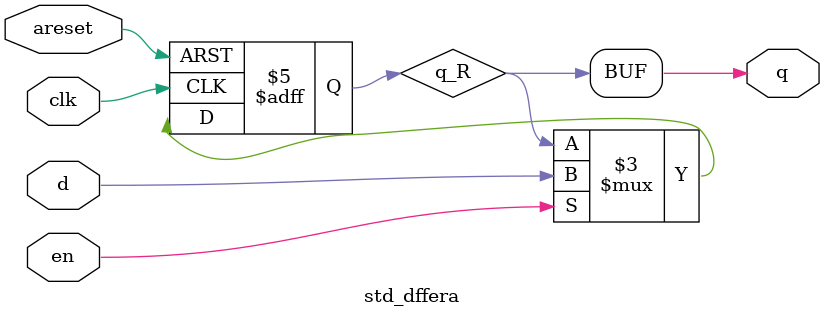
<source format=v>

module std_dffera #(
    parameter   DFF_WIDTH       = 1
) (
    input   wire                        clk,
    input   wire                        areset,
    input   wire                        en,

    input   wire [DFF_WIDTH - 1:0]      d,
    output  wire [DFF_WIDTH - 1:0]      q
);

    reg  [DFF_WIDTH - 1:0]  q_R;

    always @(posedge clk or posedge areset) begin
        
        if (areset) begin
            q_R <= 'b0;
        end
        else if (en) begin
            q_R <= d;
        end
        else begin
            q_R <= q_R;
        end
    end

    assign q = q_R;

endmodule

</source>
